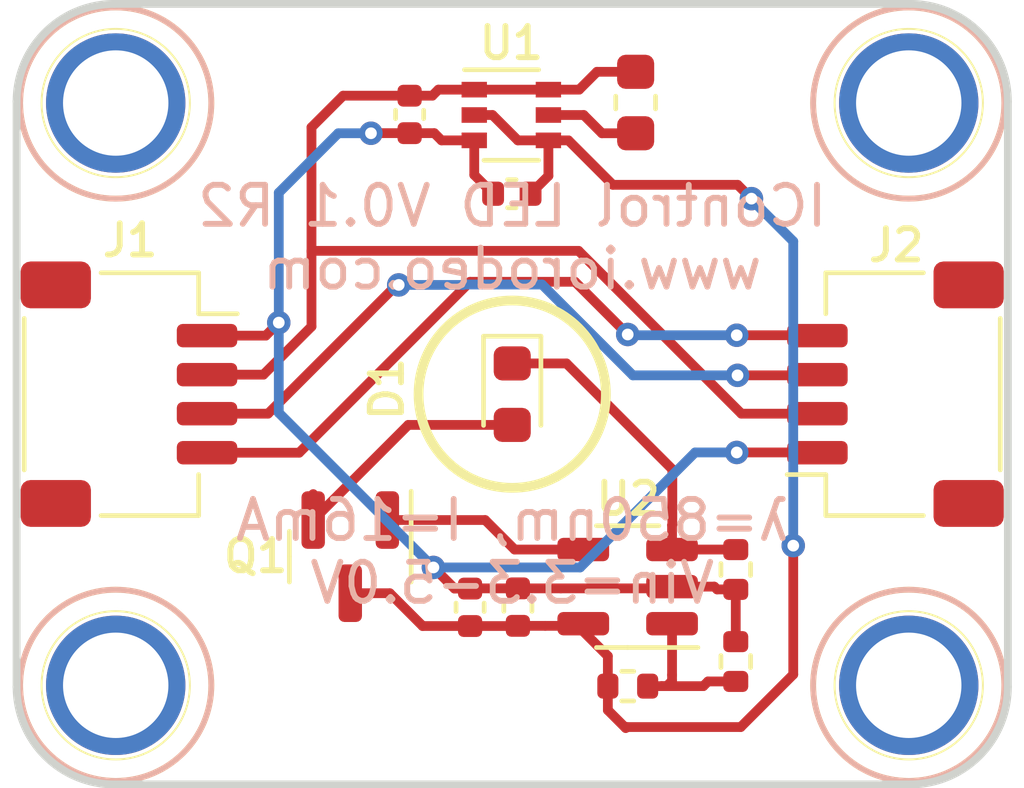
<source format=kicad_pcb>
(kicad_pcb (version 20221018) (generator pcbnew)
  (layers (0 "F.Cu" signal) (31 "B.Cu" signal) (34 "B.Paste" user) (35 "F.Paste" user) (36 "B.SilkS" user "B.Silkscreen") (37 "F.SilkS" user "F.Silkscreen") (38 "B.Mask" user) (39 "F.Mask" user) (44 "Edge.Cuts" user))
  (net 0 "")
  (net 1 "GND")
  (net 2 "/VIN")
  (net 3 "/VL")
  (net 4 "/SCL")
  (net 5 "/SDA")
  (net 6 "/5V")
  (net 7 "Net-(D1-K)")
  (net 8 "Net-(D1-A)")
  (net 9 "Net-(Q1-B)")
  (net 10 "/Vset")
  (footprint "custom_mount_hole:MountingHole_2.5mm_Pad" (layer "F.Cu") (at 52.54 52.54)
    (fp_text reference "M1" hide)
    (fp_text value "MountingHole_2.5mm_Pad" hide)
    (fp_circle (center 0 0) (end 2.45 0) (stroke (width 0.15)) (fill none) (layer "B.SilkS"))
    (fp_circle (center 0 0) (end 1.9 0) (stroke (width 0.05)) (fill none) (layer "F.SilkS"))
    (fp_circle (center 0 0) (end 2.45 0) (stroke (width 0.15)) (fill none) (layer "F.SilkS"))
    (pad "~" thru_hole circle (at 0 0) (size 3.57 3.57) (drill 2.7) (layers "*.Cu" "*.Mask"))
  )
  (footprint "custom_mount_hole:MountingHole_2.5mm_Pad" (layer "F.Cu") (at 72.86 52.54)
    (fp_text reference "M2" hide)
    (fp_text value "MountingHole_2.5mm_Pad" hide)
    (fp_circle (center 0 0) (end 2.45 0) (stroke (width 0.15)) (fill none) (layer "B.SilkS"))
    (fp_circle (center 0 0) (end 1.9 0) (stroke (width 0.05)) (fill none) (layer "F.SilkS"))
    (fp_circle (center 0 0) (end 2.45 0) (stroke (width 0.15)) (fill none) (layer "F.SilkS"))
    (pad "~" thru_hole circle (at 0 0) (size 3.57 3.57) (drill 2.7) (layers "*.Cu" "*.Mask"))
  )
  (footprint "custom_mount_hole:MountingHole_2.5mm_Pad" (layer "F.Cu") (at 72.86 67.46)
    (fp_text reference "M3" hide)
    (fp_text value "MountingHole_2.5mm_Pad" hide)
    (fp_circle (center 0 0) (end 2.45 0) (stroke (width 0.15)) (fill none) (layer "B.SilkS"))
    (fp_circle (center 0 0) (end 1.9 0) (stroke (width 0.05)) (fill none) (layer "F.SilkS"))
    (fp_circle (center 0 0) (end 2.45 0) (stroke (width 0.15)) (fill none) (layer "F.SilkS"))
    (pad "~" thru_hole circle (at 0 0) (size 3.57 3.57) (drill 2.7) (layers "*.Cu" "*.Mask"))
  )
  (footprint "custom_mount_hole:MountingHole_2.5mm_Pad" (layer "F.Cu") (at 52.54 67.46)
    (fp_text reference "M4" hide)
    (fp_text value "MountingHole_2.5mm_Pad" hide)
    (fp_circle (center 0 0) (end 2.45 0) (stroke (width 0.15)) (fill none) (layer "B.SilkS"))
    (fp_circle (center 0 0) (end 1.9 0) (stroke (width 0.05)) (fill none) (layer "F.SilkS"))
    (fp_circle (center 0 0) (end 2.45 0) (stroke (width 0.15)) (fill none) (layer "F.SilkS"))
    (pad "~" thru_hole circle (at 0 0) (size 3.57 3.57) (drill 2.7) (layers "*.Cu" "*.Mask"))
  )
  (footprint "LED_SMD:LED_0603_1608Metric" (layer "F.Cu") (at 62.7 60 -90)
    (fp_text reference "D1" (at -0.1322 3.2132 90) (layer "F.SilkS") (effects (font (size 0.8 0.8))))
    (fp_text value "LED" hide)
    (fp_line (start -1.485 -0.735) (end -1.485 0.735) (stroke (width 0.12)) (layer "F.SilkS"))
    (fp_line (start -1.485 0.735) (end 0.8 0.735) (stroke (width 0.12)) (layer "F.SilkS"))
    (fp_line (start 0.8 -0.735) (end -1.485 -0.735) (stroke (width 0.12)) (layer "F.SilkS"))
    (pad "1" smd roundrect (at -0.7875 0 270) (size 0.875 0.95) (layers "F.Cu" "F.Paste" "F.Mask") (net 7 "Net-(D1-K)"))
    (pad "2" smd roundrect (at 0.7875 0 270) (size 0.875 0.95) (layers "F.Cu" "F.Paste" "F.Mask") (net 8 "Net-(D1-A)"))
  )
  (footprint "JST_SH_SM04B_custom:JST_SH_SM04B-SRSS-TB_1x04-1MP_P1.00mm_Horizontal" (layer "F.Cu") (at 52.88 60 -90)
    (fp_text reference "J1" (at -3.9422 -0.0298) (layer "F.SilkS") (effects (font (size 0.8 0.8))))
    (fp_text value "Conn_01x04" hide)
    (fp_line (start -3.11 -1.785) (end -2.06 -1.785) (stroke (width 0.12)) (layer "F.SilkS"))
    (fp_line (start -3.11 0.715) (end -3.11 -1.785) (stroke (width 0.12)) (layer "F.SilkS"))
    (fp_line (start -2.06 -1.785) (end -2.06 -2.775) (stroke (width 0.12)) (layer "F.SilkS"))
    (fp_line (start -1.94 2.685) (end 1.94 2.685) (stroke (width 0.12)) (layer "F.SilkS"))
    (fp_line (start 3.11 -1.785) (end 2.06 -1.785) (stroke (width 0.12)) (layer "F.SilkS"))
    (fp_line (start 3.11 0.715) (end 3.11 -1.785) (stroke (width 0.12)) (layer "F.SilkS"))
    (pad "1" smd roundrect (at -1.5 -2 270) (size 0.6 1.55) (layers "F.Cu" "F.Paste" "F.Mask") (net 1 "GND"))
    (pad "2" smd roundrect (at -0.5 -2 270) (size 0.6 1.55) (layers "F.Cu" "F.Paste" "F.Mask") (net 2 "/VIN"))
    (pad "3" smd roundrect (at 0.5 -2 270) (size 0.6 1.55) (layers "F.Cu" "F.Paste" "F.Mask") (net 5 "/SDA"))
    (pad "4" smd roundrect (at 1.5 -2 270) (size 0.6 1.55) (layers "F.Cu" "F.Paste" "F.Mask") (net 4 "/SCL"))
    (pad "MP" smd roundrect (at -2.8 1.875 270) (size 1.2 1.8) (layers "F.Cu" "F.Paste" "F.Mask") (roundrect_rratio 0.2083333333))
    (pad "MP" smd roundrect (at 2.8 1.875 270) (size 1.2 1.8) (layers "F.Cu" "F.Paste" "F.Mask") (roundrect_rratio 0.2083333333))
  )
  (footprint "JST_SH_SM04B_custom:JST_SH_SM04B-SRSS-TB_1x04-1MP_P1.00mm_Horizontal" (layer "F.Cu") (at 72.52 60 90)
    (fp_text reference "J2" (at 3.8152 0.0208 180) (layer "F.SilkS") (effects (font (size 0.8 0.8))))
    (fp_text value "Conn_01x04" hide)
    (fp_line (start -3.11 -1.785) (end -2.06 -1.785) (stroke (width 0.12)) (layer "F.SilkS"))
    (fp_line (start -3.11 0.715) (end -3.11 -1.785) (stroke (width 0.12)) (layer "F.SilkS"))
    (fp_line (start -2.06 -1.785) (end -2.06 -2.775) (stroke (width 0.12)) (layer "F.SilkS"))
    (fp_line (start -1.94 2.685) (end 1.94 2.685) (stroke (width 0.12)) (layer "F.SilkS"))
    (fp_line (start 3.11 -1.785) (end 2.06 -1.785) (stroke (width 0.12)) (layer "F.SilkS"))
    (fp_line (start 3.11 0.715) (end 3.11 -1.785) (stroke (width 0.12)) (layer "F.SilkS"))
    (pad "1" smd roundrect (at -1.5 -2 90) (size 0.6 1.55) (layers "F.Cu" "F.Paste" "F.Mask") (net 1 "GND"))
    (pad "2" smd roundrect (at -0.5 -2 90) (size 0.6 1.55) (layers "F.Cu" "F.Paste" "F.Mask") (net 2 "/VIN"))
    (pad "3" smd roundrect (at 0.5 -2 90) (size 0.6 1.55) (layers "F.Cu" "F.Paste" "F.Mask") (net 5 "/SDA"))
    (pad "4" smd roundrect (at 1.5 -2 90) (size 0.6 1.55) (layers "F.Cu" "F.Paste" "F.Mask") (net 4 "/SCL"))
    (pad "MP" smd roundrect (at -2.8 1.875 90) (size 1.2 1.8) (layers "F.Cu" "F.Paste" "F.Mask") (roundrect_rratio 0.2083333333))
    (pad "MP" smd roundrect (at 2.8 1.875 90) (size 1.2 1.8) (layers "F.Cu" "F.Paste" "F.Mask") (roundrect_rratio 0.2083333333))
  )
  (footprint "Resistor_SMD:R_0402_1005Metric" (layer "F.Cu") (at 68.4276 64.4926 -90)
    (fp_text reference "R1" hide)
    (fp_text value "10" hide)
    (fp_line (start -0.153641 -0.38) (end 0.153641 -0.38) (stroke (width 0.12)) (layer "F.SilkS"))
    (fp_line (start -0.153641 0.38) (end 0.153641 0.38) (stroke (width 0.12)) (layer "F.SilkS"))
    (pad "1" smd roundrect (at -0.51 0 270) (size 0.54 0.64) (layers "F.Cu" "F.Paste" "F.Mask") (net 7 "Net-(D1-K)"))
    (pad "2" smd roundrect (at 0.51 0 270) (size 0.54 0.64) (layers "F.Cu" "F.Paste" "F.Mask") (net 1 "GND"))
  )
  (footprint "Package_TO_SOT_SMD:SOT-23-5" (layer "F.Cu") (at 65.6577 64.931 180)
    (fp_text reference "U2" (at -0.0125 2.25) (layer "F.SilkS") (effects (font (size 0.8 0.8) (thickness 0.15) bold)))
    (fp_text value "LMV321")
    (fp_line (start 0 -1.56) (end -1.8 -1.56) (stroke (width 0.12)) (layer "F.SilkS"))
    (fp_line (start 0 -1.56) (end 0.8 -1.56) (stroke (width 0.12)) (layer "F.SilkS"))
    (fp_line (start 0 1.56) (end -0.8 1.56) (stroke (width 0.12)) (layer "F.SilkS"))
    (fp_line (start 0 1.56) (end 0.8 1.56) (stroke (width 0.12)) (layer "F.SilkS"))
    (pad "1" smd roundrect (at -1.1375 -0.95 180) (size 1.325 0.6) (layers "F.Cu" "F.Paste" "F.Mask") (net 10 "/Vset"))
    (pad "2" smd roundrect (at -1.1375 0 180) (size 1.325 0.6) (layers "F.Cu" "F.Paste" "F.Mask") (net 1 "GND"))
    (pad "3" smd roundrect (at -1.1375 0.95 180) (size 1.325 0.6) (layers "F.Cu" "F.Paste" "F.Mask") (net 7 "Net-(D1-K)"))
    (pad "4" smd roundrect (at 1.1375 0.95 180) (size 1.325 0.6) (layers "F.Cu" "F.Paste" "F.Mask") (net 9 "Net-(Q1-B)"))
    (pad "5" smd roundrect (at 1.1375 -0.95 180) (size 1.325 0.6) (layers "F.Cu" "F.Paste" "F.Mask") (net 6 "/5V"))
  )
  (footprint "Capacitor_SMD:C_0402_1005Metric" (layer "F.Cu") (at 62.8452 65.456 90)
    (fp_text reference "C3" hide)
    (fp_text value "0.1uF" hide)
    (fp_line (start -0.107836 -0.36) (end 0.107836 -0.36) (stroke (width 0.12)) (layer "F.SilkS"))
    (fp_line (start -0.107836 0.36) (end 0.107836 0.36) (stroke (width 0.12)) (layer "F.SilkS"))
    (pad "1" smd roundrect (at -0.48 0 90) (size 0.56 0.62) (layers "F.Cu" "F.Paste" "F.Mask") (net 6 "/5V"))
    (pad "2" smd roundrect (at 0.48 0 90) (size 0.56 0.62) (layers "F.Cu" "F.Paste" "F.Mask") (net 1 "GND"))
  )
  (footprint "Resistor_SMD:R_0402_1005Metric" (layer "F.Cu") (at 68.4276 66.8508 90)
    (fp_text reference "R3" hide)
    (fp_text value "1k" hide)
    (fp_line (start -0.153641 -0.38) (end 0.153641 -0.38) (stroke (width 0.12)) (layer "F.SilkS"))
    (fp_line (start -0.153641 0.38) (end 0.153641 0.38) (stroke (width 0.12)) (layer "F.SilkS"))
    (pad "1" smd roundrect (at -0.51 0 90) (size 0.54 0.64) (layers "F.Cu" "F.Paste" "F.Mask") (net 10 "/Vset"))
    (pad "2" smd roundrect (at 0.51 0 90) (size 0.54 0.64) (layers "F.Cu" "F.Paste" "F.Mask") (net 1 "GND"))
  )
  (footprint "Inductor_SMD:L_0603_1608Metric" (layer "F.Cu") (at 65.8622 52.5272 -90)
    (fp_text reference "L1" hide)
    (fp_text value "4.7uF" hide)
    (fp_line (start -0.162779 -0.51) (end 0.162779 -0.51) (stroke (width 0.12)) (layer "F.SilkS"))
    (fp_line (start -0.162779 0.51) (end 0.162779 0.51) (stroke (width 0.12)) (layer "F.SilkS"))
    (pad "1" smd roundrect (at -0.7875 0 270) (size 0.875 0.95) (layers "F.Cu" "F.Paste" "F.Mask") (net 2 "/VIN"))
    (pad "2" smd roundrect (at 0.7875 0 270) (size 0.875 0.95) (layers "F.Cu" "F.Paste" "F.Mask") (net 3 "/VL"))
  )
  (footprint "Resistor_SMD:R_0402_1005Metric" (layer "F.Cu") (at 65.6602 67.481)
    (fp_text reference "R2" hide)
    (fp_text value "30k" hide)
    (fp_line (start -0.153641 -0.38) (end 0.153641 -0.38) (stroke (width 0.12)) (layer "F.SilkS"))
    (fp_line (start -0.153641 0.38) (end 0.153641 0.38) (stroke (width 0.12)) (layer "F.SilkS"))
    (pad "1" smd roundrect (at -0.51 0) (size 0.54 0.64) (layers "F.Cu" "F.Paste" "F.Mask") (net 6 "/5V"))
    (pad "2" smd roundrect (at 0.51 0) (size 0.54 0.64) (layers "F.Cu" "F.Paste" "F.Mask") (net 10 "/Vset"))
  )
  (footprint "Capacitor_SMD:C_0402_1005Metric" (layer "F.Cu") (at 60.071 52.832 90)
    (fp_text reference "C1" hide)
    (fp_text value "10uF" hide)
    (fp_line (start -0.107836 -0.36) (end 0.107836 -0.36) (stroke (width 0.12)) (layer "F.SilkS"))
    (fp_line (start -0.107836 0.36) (end 0.107836 0.36) (stroke (width 0.12)) (layer "F.SilkS"))
    (pad "1" smd roundrect (at -0.48 0 90) (size 0.56 0.62) (layers "F.Cu" "F.Paste" "F.Mask") (net 1 "GND"))
    (pad "2" smd roundrect (at 0.48 0 90) (size 0.56 0.62) (layers "F.Cu" "F.Paste" "F.Mask") (net 2 "/VIN"))
  )
  (footprint "Package_TO_SOT_SMD:SOT-363_SC-70-6" (layer "F.Cu") (at 62.677 52.847)
    (fp_text reference "U1" (at 0 -1.8438) (layer "F.SilkS") (effects (font (size 0.8 0.8))))
    (fp_text value "TPS61222DCK" hide)
    (fp_line (start -0.7 1.16) (end 0.7 1.16) (stroke (width 0.12)) (layer "F.SilkS"))
    (fp_line (start 0.7 -1.16) (end -1.2 -1.16) (stroke (width 0.12)) (layer "F.SilkS"))
    (pad "1" smd rect (at -0.95 -0.65) (size 0.65 0.4) (layers "F.Cu" "F.Paste" "F.Mask") (net 2 "/VIN"))
    (pad "2" smd rect (at -0.95 0) (size 0.65 0.4) (layers "F.Cu" "F.Paste" "F.Mask") (net 6 "/5V"))
    (pad "3" smd rect (at -0.95 0.65) (size 0.65 0.4) (layers "F.Cu" "F.Paste" "F.Mask") (net 1 "GND"))
    (pad "4" smd rect (at 0.95 0.65) (size 0.65 0.4) (layers "F.Cu" "F.Paste" "F.Mask") (net 6 "/5V"))
    (pad "5" smd rect (at 0.95 0) (size 0.65 0.4) (layers "F.Cu" "F.Paste" "F.Mask") (net 3 "/VL"))
    (pad "6" smd rect (at 0.95 -0.65) (size 0.65 0.4) (layers "F.Cu" "F.Paste" "F.Mask") (net 2 "/VIN"))
  )
  (footprint "Capacitor_SMD:C_0402_1005Metric" (layer "F.Cu") (at 61.6202 65.461 90)
    (fp_text reference "C4" hide)
    (fp_text value "10uF" hide)
    (fp_line (start -0.107836 -0.36) (end 0.107836 -0.36) (stroke (width 0.12)) (layer "F.SilkS"))
    (fp_line (start -0.107836 0.36) (end 0.107836 0.36) (stroke (width 0.12)) (layer "F.SilkS"))
    (pad "1" smd roundrect (at -0.48 0 90) (size 0.56 0.62) (layers "F.Cu" "F.Paste" "F.Mask") (net 6 "/5V"))
    (pad "2" smd roundrect (at 0.48 0 90) (size 0.56 0.62) (layers "F.Cu" "F.Paste" "F.Mask") (net 1 "GND"))
  )
  (footprint "Package_TO_SOT_SMD:SOT-23" (layer "F.Cu") (at 58.55 64.1625 -90)
    (fp_text reference "Q1" (at -0.0125 2.425 -180) (layer "F.SilkS") (effects (font (size 0.8 0.8) (thickness 0.15) bold)))
    (fp_text value "MMBT5551L" hide)
    (fp_line (start 0 -1.56) (end -1.675 -1.56) (stroke (width 0.12)) (layer "F.SilkS"))
    (fp_line (start 0 -1.56) (end 0.65 -1.56) (stroke (width 0.12)) (layer "F.SilkS"))
    (fp_line (start 0 1.56) (end -0.65 1.56) (stroke (width 0.12)) (layer "F.SilkS"))
    (fp_line (start 0 1.56) (end 0.65 1.56) (stroke (width 0.12)) (layer "F.SilkS"))
    (pad "1" smd roundrect (at -0.9375 -0.95 270) (size 1.475 0.6) (layers "F.Cu" "F.Paste" "F.Mask") (net 9 "Net-(Q1-B)"))
    (pad "2" smd roundrect (at -0.9375 0.95 270) (size 1.475 0.6) (layers "F.Cu" "F.Paste" "F.Mask") (net 8 "Net-(D1-A)"))
    (pad "3" smd roundrect (at 0.9375 0 270) (size 1.475 0.6) (layers "F.Cu" "F.Paste" "F.Mask") (net 6 "/5V"))
  )
  (footprint "Capacitor_SMD:C_0402_1005Metric" (layer "F.Cu") (at 62.6898 54.864)
    (fp_text reference "C2" hide)
    (fp_text value "10uF" hide)
    (fp_line (start -0.107836 -0.36) (end 0.107836 -0.36) (stroke (width 0.12)) (layer "F.SilkS"))
    (fp_line (start -0.107836 0.36) (end 0.107836 0.36) (stroke (width 0.12)) (layer "F.SilkS"))
    (pad "1" smd roundrect (at -0.48 0) (size 0.56 0.62) (layers "F.Cu" "F.Paste" "F.Mask") (net 1 "GND"))
    (pad "2" smd roundrect (at 0.48 0) (size 0.56 0.62) (layers "F.Cu" "F.Paste" "F.Mask") (net 6 "/5V"))
  )
  (gr_circle (center 62.7 60) (end 65.1 60) (stroke (width 0.25)) (fill none) (layer "F.SilkS"))
  (gr_arc (start 72.9 50) (mid 74.667767 50.732233) (end 75.4 52.5) (stroke (width 0.2)) (layer "Edge.Cuts"))
  (gr_arc (start 52.5 70) (mid 50.732233 69.267767) (end 50 67.5) (stroke (width 0.2)) (layer "Edge.Cuts"))
  (gr_line (start 52.5 50) (end 72.9 50) (stroke (width 0.2)) (layer "Edge.Cuts"))
  (gr_arc (start 50 52.5) (mid 50.732233 50.732233) (end 52.5 50) (stroke (width 0.2)) (layer "Edge.Cuts"))
  (gr_arc (start 75.4 67.5) (mid 74.667767 69.267767) (end 72.9 70) (stroke (width 0.2)) (layer "Edge.Cuts"))
  (gr_line (start 50 52.5) (end 50 67.5) (stroke (width 0.2)) (layer "Edge.Cuts"))
  (gr_line (start 52.5 70) (end 72.9 70) (stroke (width 0.2)) (layer "Edge.Cuts"))
  (gr_line (start 75.4 52.5) (end 75.4 67.5) (stroke (width 0.2)) (layer "Edge.Cuts"))
  (gr_text "IControl LED V0.1 R2\nwww.iorodeo.com\n\n\n\nλ=850nm, I=16mA\nVin=3.3-5.0V" (at 62.7 60.01) (layer "B.SilkS") (effects (font (size 1 1)) (justify mirror)))
  (segment (start 61.2218 64.981) (end 60.6806 64.4398) (width 0.25) (layer "F.Cu") (net 1))
  (segment (start 68.4276 65.0026) (end 68.4276 66.3408) (width 0.25) (layer "F.Cu") (net 1))
  (segment (start 60.071 53.312) (end 60.7034 53.312) (width 0.25) (layer "F.Cu") (net 1))
  (segment (start 60.7034 53.312) (end 60.8884 53.497) (width 0.25) (layer "F.Cu") (net 1))
  (segment (start 62.8452 64.976) (end 61.6252 64.976) (width 0.25) (layer "F.Cu") (net 1))
  (segment (start 68.4276 65.0026) (end 67.949 65.0026) (width 0.25) (layer "F.Cu") (net 1))
  (segment (start 70.3134 61.4934) (end 70.32 61.5) (width 0.25) (layer "F.Cu") (net 1))
  (segment (start 62.8452 64.976) (end 63.9452 64.976) (width 0.25) (layer "F.Cu") (net 1))
  (segment (start 67.949 65.0026) (end 67.8774 64.931) (width 0.25) (layer "F.Cu") (net 1))
  (segment (start 68.453 61.4934) (end 70.4134 61.4934) (width 0.25) (layer "F.Cu") (net 1))
  (segment (start 59.083 53.312) (end 59.0804 53.3146) (width 0.25) (layer "F.Cu") (net 1))
  (segment (start 56.3842 58.5) (end 54.98 58.5) (width 0.25) (layer "F.Cu") (net 1))
  (segment (start 70.4134 61.4934) (end 70.42 61.5) (width 0.25) (layer "F.Cu") (net 1))
  (segment (start 56.3842 58.5) (end 56.7182 58.166) (width 0.25) (layer "F.Cu") (net 1))
  (segment (start 70.7684 61.4934) (end 70.775 61.5) (width 0.25) (layer "F.Cu") (net 1))
  (segment (start 70.3634 61.4934) (end 70.37 61.5) (width 0.25) (layer "F.Cu") (net 1))
  (segment (start 61.727 54.3812) (end 62.2098 54.864) (width 0.25) (layer "F.Cu") (net 1))
  (segment (start 61.6202 64.981) (end 61.2218 64.981) (width 0.25) (layer "F.Cu") (net 1))
  (segment (start 66.7502 64.976) (end 66.7952 64.931) (width 0.25) (layer "F.Cu") (net 1))
  (segment (start 60.8884 53.497) (end 61.727 53.497) (width 0.25) (layer "F.Cu") (net 1))
  (segment (start 67.8774 64.931) (end 66.7952 64.931) (width 0.25) (layer "F.Cu") (net 1))
  (segment (start 60.071 53.312) (end 59.083 53.312) (width 0.25) (layer "F.Cu") (net 1))
  (segment (start 61.727 53.497) (end 61.727 54.3812) (width 0.25) (layer "F.Cu") (net 1))
  (segment (start 63.9452 64.976) (end 66.7502 64.976) (width 0.25) (layer "F.Cu") (net 1))
  (segment (start 61.6252 64.976) (end 61.6202 64.981) (width 0.25) (layer "F.Cu") (net 1))
  (via (at 60.6806 64.4398) (size 0.6) (drill 0.3) (layers "F.Cu" "B.Cu") (net 1))
  (via (at 56.7182 58.166) (size 0.6) (drill 0.3) (layers "F.Cu" "B.Cu") (net 1))
  (via (at 59.0804 53.3146) (size 0.6) (drill 0.3) (layers "F.Cu" "B.Cu") (net 1))
  (via (at 68.453 61.4934) (size 0.6) (drill 0.3) (layers "F.Cu" "B.Cu") (net 1))
  (segment (start 67.3862 61.4934) (end 68.453 61.4934) (width 0.25) (layer "B.Cu") (net 1))
  (segment (start 56.7182 54.8386) (end 58.2422 53.3146) (width 0.25) (layer "B.Cu") (net 1))
  (segment (start 60.6806 64.4398) (end 64.4398 64.4398) (width 0.25) (layer "B.Cu") (net 1))
  (segment (start 64.4398 64.4398) (end 67.3862 61.4934) (width 0.25) (layer "B.Cu") (net 1))
  (segment (start 56.7182 60.4774) (end 60.6806 64.4398) (width 0.25) (layer "B.Cu") (net 1))
  (segment (start 58.2422 53.3146) (end 59.0804 53.3146) (width 0.25) (layer "B.Cu") (net 1))
  (segment (start 56.7182 58.166) (end 56.7182 54.8386) (width 0.25) (layer "B.Cu") (net 1))
  (segment (start 56.7182 58.166) (end 56.7182 60.4774) (width 0.25) (layer "B.Cu") (net 1))
  (segment (start 60.6526 52.352) (end 60.8076 52.197) (width 0.25) (layer "F.Cu") (net 2))
  (segment (start 60.071 52.352) (end 60.6526 52.352) (width 0.25) (layer "F.Cu") (net 2))
  (segment (start 57.5564 53.1622) (end 58.3666 52.352) (width 0.25) (layer "F.Cu") (net 2))
  (segment (start 56.324 59.5) (end 57.5564 58.2676) (width 0.25) (layer "F.Cu") (net 2))
  (segment (start 64.8717 51.7397) (end 65.8622 51.7397) (width 0.25) (layer "F.Cu") (net 2))
  (segment (start 64.4144 52.197) (end 64.8717 51.7397) (width 0.25) (layer "F.Cu") (net 2))
  (segment (start 57.5564 56.3372) (end 57.5564 53.1622) (width 0.25) (layer "F.Cu") (net 2))
  (segment (start 57.5661 56.3275) (end 64.399584 56.3275) (width 0.25) (layer "F.Cu") (net 2))
  (segment (start 57.5564 58.2676) (end 57.5564 56.3372) (width 0.25) (layer "F.Cu") (net 2))
  (segment (start 63.627 52.197) (end 64.4144 52.197) (width 0.25) (layer "F.Cu") (net 2))
  (segment (start 57.5564 56.3372) (end 57.5661 56.3275) (width 0.25) (layer "F.Cu") (net 2))
  (segment (start 56.324 59.5) (end 54.98 59.5) (width 0.25) (layer "F.Cu") (net 2))
  (segment (start 58.3666 52.352) (end 60.071 52.352) (width 0.25) (layer "F.Cu") (net 2))
  (segment (start 64.399584 56.3275) (end 68.572084 60.5) (width 0.25) (layer "F.Cu") (net 2))
  (segment (start 68.572084 60.5) (end 70.42 60.5) (width 0.25) (layer "F.Cu") (net 2))
  (segment (start 61.727 52.197) (end 63.627 52.197) (width 0.25) (layer "F.Cu") (net 2))
  (segment (start 60.8076 52.197) (end 61.727 52.197) (width 0.25) (layer "F.Cu") (net 2))
  (segment (start 64.531 52.847) (end 63.627 52.847) (width 0.25) (layer "F.Cu") (net 3))
  (segment (start 65.8622 53.3147) (end 64.9987 53.3147) (width 0.25) (layer "F.Cu") (net 3))
  (segment (start 64.9987 53.3147) (end 64.531 52.847) (width 0.25) (layer "F.Cu") (net 3))
  (segment (start 57.24 61.5) (end 54.98 61.5) (width 0.25) (layer "F.Cu") (net 4))
  (segment (start 61.62 57.12) (end 57.24 61.5) (width 0.25) (layer "F.Cu") (net 4))
  (segment (start 68.453 58.49) (end 70.41 58.49) (width 0.25) (layer "F.Cu") (net 4))
  (segment (start 70.36 58.49) (end 70.37 58.5) (width 0.25) (layer "F.Cu") (net 4))
  (segment (start 70.41 58.49) (end 70.42 58.5) (width 0.25) (layer "F.Cu") (net 4))
  (segment (start 65.659 58.4708) (end 64.3082 57.12) (width 0.25) (layer "F.Cu") (net 4))
  (segment (start 70.31 58.49) (end 70.32 58.5) (width 0.25) (layer "F.Cu") (net 4))
  (segment (start 64.3082 57.12) (end 61.62 57.12) (width 0.25) (layer "F.Cu") (net 4))
  (via (at 68.453 58.49) (size 0.6) (drill 0.3) (layers "F.Cu" "B.Cu") (net 4))
  (via (at 65.659 58.4708) (size 0.6) (drill 0.3) (layers "F.Cu" "B.Cu") (net 4))
  (segment (start 68.453 58.49) (end 65.6782 58.49) (width 0.25) (layer "B.Cu") (net 4))
  (segment (start 65.6782 58.49) (end 65.659 58.4708) (width 0.25) (layer "B.Cu") (net 4))
  (segment (start 59.7916 57.2008) (end 59.7408 57.2008) (width 0.25) (layer "F.Cu") (net 5))
  (segment (start 68.472931 59.517669) (end 70.402331 59.517669) (width 0.25) (layer "F.Cu") (net 5))
  (segment (start 68.472931 59.517669) (end 68.4906 59.5) (width 0.25) (layer "F.Cu") (net 5))
  (segment (start 70.402331 59.517669) (end 70.42 59.5) (width 0.25) (layer "F.Cu") (net 5))
  (segment (start 59.7408 57.2008) (end 56.4416 60.5) (width 0.25) (layer "F.Cu") (net 5))
  (segment (start 56.4416 60.5) (end 54.98 60.5) (width 0.25) (layer "F.Cu") (net 5))
  (segment (start 68.472931 59.517669) (end 68.455262 59.5) (width 0.25) (layer "F.Cu") (net 5))
  (segment (start 70.352331 59.517669) (end 70.37 59.5) (width 0.25) (layer "F.Cu") (net 5))
  (via (at 59.7916 57.2008) (size 0.6) (drill 0.3) (layers "F.Cu" "B.Cu") (net 5))
  (via (at 68.472931 59.517669) (size 0.6) (drill 0.3) (layers "F.Cu" "B.Cu") (net 5))
  (segment (start 61.4492 57.2008) (end 59.7916 57.2008) (width 0.25) (layer "B.Cu") (net 5))
  (segment (start 68.472931 59.517669) (end 65.791469 59.517669) (width 0.25) (layer "B.Cu") (net 5))
  (segment (start 65.791469 59.517669) (end 63.4638 57.19) (width 0.25) (layer "B.Cu") (net 5))
  (segment (start 61.46 57.19) (end 61.4492 57.2008) (width 0.25) (layer "B.Cu") (net 5))
  (segment (start 63.4638 57.19) (end 61.46 57.19) (width 0.25) (layer "B.Cu") (net 5))
  (segment (start 63.627 54.4068) (end 63.1698 54.864) (width 0.25) (layer "F.Cu") (net 6))
  (segment (start 64.5202 65.881) (end 64.5202 66.081) (width 0.25) (layer "F.Cu") (net 6))
  (segment (start 62.8402 65.941) (end 62.8452 65.936) (width 0.25) (layer "F.Cu") (net 6))
  (segment (start 63.5452 65.936) (end 64.4652 65.936) (width 0.25) (layer "F.Cu") (net 6))
  (segment (start 61.6202 65.941) (end 60.4038 65.941) (width 0.25) (layer "F.Cu") (net 6))
  (segment (start 65.6082 68.5546) (end 65.1502 68.0966) (width 0.25) (layer "F.Cu") (net 6))
  (segment (start 58.55 65.1) (end 58.55 65.5858) (width 0.25) (layer "F.Cu") (net 6))
  (segment (start 62.8452 65.936) (end 63.5452 65.936) (width 0.25) (layer "F.Cu") (net 6))
  (segment (start 61.727 52.847) (end 62.1942 52.847) (width 0.25) (layer "F.Cu") (net 6))
  (segment (start 68.5546 68.5292) (end 65.6336 68.5292) (width 0.25) (layer "F.Cu") (net 6))
  (segment (start 65.1502 66.711) (end 65.1502 67.481) (width 0.25) (layer "F.Cu") (net 6))
  (segment (start 68.4754 54.6354) (end 68.83 54.99) (width 0.25) (layer "F.Cu") (net 6))
  (segment (start 63.627 53.497) (end 64.1396 53.497) (width 0.25) (layer "F.Cu") (net 6))
  (segment (start 65.278 54.6354) (end 68.4754 54.6354) (width 0.25) (layer "F.Cu") (net 6))
  (segment (start 62.1942 52.847) (end 62.8442 53.497) (width 0.25) (layer "F.Cu") (net 6))
  (segment (start 64.5202 66.081) (end 65.1502 66.711) (width 0.25) (layer "F.Cu") (net 6))
  (segment (start 61.6202 65.941) (end 62.8402 65.941) (width 0.25) (layer "F.Cu") (net 6))
  (segment (start 59.5628 65.1) (end 58.55 65.1) (width 0.25) (layer "F.Cu") (net 6))
  (segment (start 65.6336 68.5292) (end 65.6082 68.5546) (width 0.25) (layer "F.Cu") (net 6))
  (segment (start 63.627 53.497) (end 63.627 54.4068) (width 0.25) (layer "F.Cu") (net 6))
  (segment (start 64.1396 53.497) (end 65.278 54.6354) (width 0.25) (layer "F.Cu") (net 6))
  (segment (start 69.9008 67.183) (end 68.5546 68.5292) (width 0.25) (layer "F.Cu") (net 6))
  (segment (start 60.4038 65.941) (end 59.5628 65.1) (width 0.25) (layer "F.Cu") (net 6))
  (segment (start 69.9008 63.881) (end 69.9008 67.183) (width 0.25) (layer "F.Cu") (net 6))
  (segment (start 62.8442 53.497) (end 63.627 53.497) (width 0.25) (layer "F.Cu") (net 6))
  (segment (start 65.1502 68.0966) (end 65.1502 67.481) (width 0.25) (layer "F.Cu") (net 6))
  (segment (start 64.4652 65.936) (end 64.5202 65.881) (width 0.25) (layer "F.Cu") (net 6))
  (via (at 69.9008 63.881) (size 0.6) (drill 0.3) (layers "F.Cu" "B.Cu") (net 6))
  (via (at 68.83 54.99) (size 0.6) (drill 0.3) (layers "F.Cu" "B.Cu") (net 6))
  (segment (start 69.9008 56.0832) (end 68.83 55.0124) (width 0.25) (layer "B.Cu") (net 6))
  (segment (start 68.83 55.0124) (end 68.83 54.99) (width 0.25) (layer "B.Cu") (net 6))
  (segment (start 69.9008 63.881) (end 69.9008 56.0832) (width 0.25) (layer "B.Cu") (net 6))
  (segment (start 68.426 63.981) (end 68.4276 63.9826) (width 0.25) (layer "F.Cu") (net 7))
  (segment (start 66.802 61.9252) (end 66.802 63.3476) (width 0.25) (layer "F.Cu") (net 7))
  (segment (start 62.7 59.2125) (end 64.0893 59.2125) (width 0.25) (layer "F.Cu") (net 7))
  (segment (start 66.7952 63.981) (end 68.426 63.981) (width 0.25) (layer "F.Cu") (net 7))
  (segment (start 64.0893 59.2125) (end 66.802 61.9252) (width 0.25) (layer "F.Cu") (net 7))
  (segment (start 66.7952 63.3544) (end 66.7952 63.981) (width 0.25) (layer "F.Cu") (net 7))
  (segment (start 66.802 63.3476) (end 66.7952 63.3544) (width 0.25) (layer "F.Cu") (net 7))
  (segment (start 60.0375 60.7875) (end 62.7 60.7875) (width 0.25) (layer "F.Cu") (net 8))
  (segment (start 57.6 63.225) (end 57.6 62.56) (width 0.25) (layer "F.Cu") (net 8))
  (segment (start 57.6 63.225) (end 60.0375 60.7875) (width 0.25) (layer "F.Cu") (net 8))
  (segment (start 62.0058 63.225) (end 59.5 63.225) (width 0.25) (layer "F.Cu") (net 9))
  (segment (start 59.545 63.18) (end 59.5 63.225) (width 0.25) (layer "F.Cu") (net 9))
  (segment (start 64.5202 63.981) (end 62.7618 63.981) (width 0.25) (layer "F.Cu") (net 9))
  (segment (start 62.7618 63.981) (end 62.0058 63.225) (width 0.25) (layer "F.Cu") (net 9))
  (segment (start 66.7952 67.346) (end 66.6602 67.481) (width 0.25) (layer "F.Cu") (net 10))
  (segment (start 67.7164 67.3608) (end 68.4276 67.3608) (width 0.25) (layer "F.Cu") (net 10))
  (segment (start 66.7952 65.881) (end 66.7952 67.196) (width 0.25) (layer "F.Cu") (net 10))
  (segment (start 66.5226 67.481) (end 67.5962 67.481) (width 0.25) (layer "F.Cu") (net 10))
  (segment (start 66.5226 67.481) (end 66.1702 67.481) (width 0.25) (layer "F.Cu") (net 10))
  (segment (start 66.7952 67.196) (end 66.7952 67.346) (width 0.25) (layer "F.Cu") (net 10))
  (segment (start 66.6602 67.481) (end 66.5226 67.481) (width 0.25) (layer "F.Cu") (net 10))
  (segment (start 67.5962 67.481) (end 67.7164 67.3608) (width 0.25) (layer "F.Cu") (net 10))
)
</source>
